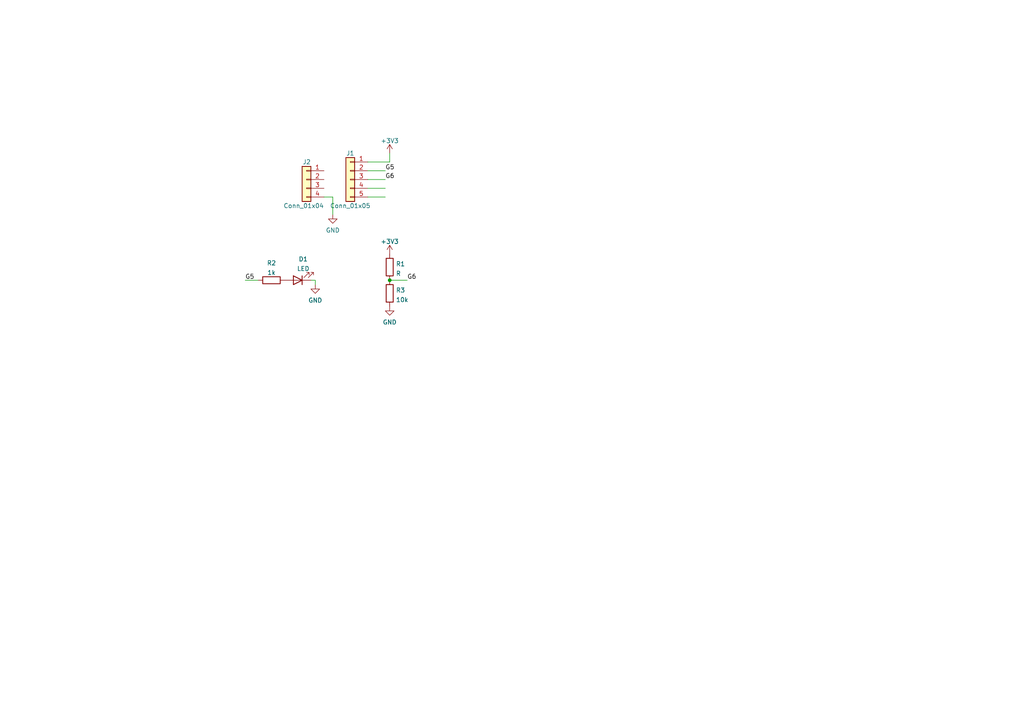
<source format=kicad_sch>
(kicad_sch (version 20211123) (generator eeschema)
  (paper "A4")
  (lib_symbols
    (symbol "Connector_Generic:Conn_01x04" (pin_names (offset 1.016) hide)
      (property "Reference" "J" (at 0 5.08 0))
      (property "Value" "Conn_01x04" (at 0 -7.62 0))
      (symbol "Conn_01x04_1_1"
        (rectangle (start -1.27 -4.953) (end 0 -5.207) (stroke (width 0.1524)))
        (rectangle (start -1.27 -2.413) (end 0 -2.667) (stroke (width 0.1524)))
        (rectangle (start -1.27 0.127) (end 0 -0.127) (stroke (width 0.1524)))
        (rectangle (start -1.27 2.667) (end 0 2.413) (stroke (width 0.1524)))
        (rectangle (start -1.27 3.81) (end 1.27 -6.35) (stroke (width 0.254)) (fill (type background)))
        (pin passive line (at -5.08 2.54 0) (length 3.81) (name "Pin_1") (number "1"))
        (pin passive line (at -5.08 0 0) (length 3.81) (name "Pin_2") (number "2"))
        (pin passive line (at -5.08 -2.54 0) (length 3.81) (name "Pin_3") (number "3"))
        (pin passive line (at -5.08 -5.08 0) (length 3.81) (name "Pin_4") (number "4"))
      )
    )
    (symbol "Connector_Generic:Conn_01x05" (pin_names (offset 1.016) hide)
      (property "Reference" "J" (at 0 7.62 0))
      (property "Value" "Conn_01x05" (at 0 -7.62 0))
      (symbol "Conn_01x05_1_1"
        (rectangle (start -1.27 -4.953) (end 0 -5.207) (stroke (width 0.1524)))
        (rectangle (start -1.27 -2.413) (end 0 -2.667) (stroke (width 0.1524)))
        (rectangle (start -1.27 0.127) (end 0 -0.127) (stroke (width 0.1524)))
        (rectangle (start -1.27 2.667) (end 0 2.413) (stroke (width 0.1524)))
        (rectangle (start -1.27 5.207) (end 0 4.953) (stroke (width 0.1524)))
        (rectangle (start -1.27 6.35) (end 1.27 -6.35) (stroke (width 0.254)) (fill (type background)))
        (pin passive line (at -5.08 5.08 0) (length 3.81) (name "Pin_1") (number "1"))
        (pin passive line (at -5.08 2.54 0) (length 3.81) (name "Pin_2") (number "2"))
        (pin passive line (at -5.08 0 0) (length 3.81) (name "Pin_3") (number "3"))
        (pin passive line (at -5.08 -2.54 0) (length 3.81) (name "Pin_4") (number "4"))
        (pin passive line (at -5.08 -5.08 0) (length 3.81) (name "Pin_5") (number "5"))
      )
    )
    (symbol "Device:LED" (pin_numbers hide) (pin_names (offset 1.016) hide)
      (property "Reference" "D" (at 0 2.54 0))
      (property "Value" "LED" (at 0 -2.54 0))
      (symbol "LED_0_1"
        (polyline (pts (xy -1.27 -1.27) (xy -1.27 1.27)) (stroke (width 0.254)))
        (polyline (pts (xy -1.27 0) (xy 1.27 0)))
        (polyline (pts (xy 1.27 -1.27) (xy 1.27 1.27) (xy -1.27 0) (xy 1.27 -1.27)) (stroke (width 0.254)))
        (polyline (pts (xy -3.048 -0.762) (xy -4.572 -2.286) (xy -3.81 -2.286) (xy -4.572 -2.286) (xy -4.572 -1.524)))
        (polyline (pts (xy -1.778 -0.762) (xy -3.302 -2.286) (xy -2.54 -2.286) (xy -3.302 -2.286) (xy -3.302 -1.524)))
      )
      (symbol "LED_1_1"
        (pin passive line (at -3.81 0 0) (length 2.54) (name "K") (number "1"))
        (pin passive line (at 3.81 0 180) (length 2.54) (name "A") (number "2"))
      )
    )
    (symbol "Device:R" (pin_numbers hide) (pin_names (offset 0))
      (property "Reference" "R" (at 2.032 0 90))
      (property "Value" "R" (at 0 0 90))
      (symbol "R_0_1"
        (rectangle (start -1.016 -2.54) (end 1.016 2.54) (stroke (width 0.254)))
      )
      (symbol "R_1_1"
        (pin passive line (at 0 3.81 270) (length 1.27) (name "~") (number "1"))
        (pin passive line (at 0 -3.81 90) (length 1.27) (name "~") (number "2"))
      )
    )
    (symbol "power:+3V3" (power) (pin_names (offset 0))
      (property "Value" "+3V3" (at 0 3.556 0))
      (symbol "+3V3_0_1"
        (polyline (pts (xy -0.762 1.27) (xy 0 2.54)))
        (polyline (pts (xy 0 0) (xy 0 2.54)))
        (polyline (pts (xy 0 2.54) (xy 0.762 1.27)))
      )
      (symbol "+3V3_1_1"
        (pin power_in line (at 0 0 90) (length 0) hide (name "+3V3") (number "1"))
      )
    )
    (symbol "power:GND" (power) (pin_names (offset 0))
      (property "Value" "GND" (at 0 -3.81 0))
      (symbol "GND_0_1"
        (polyline (pts (xy 0 0) (xy 0 -1.27) (xy 1.27 -1.27) (xy 0 -2.54) (xy -1.27 -1.27) (xy 0 -1.27)))
      )
      (symbol "GND_1_1"
        (pin power_in line (at 0 0 270) (length 0) hide (name "GND") (number "1"))
      )
    )
  )
  (junction (at 113.03 81.28))
  (wire (pts (xy 71.12 81.28) (xy 74.93 81.28)))
  (wire (pts (xy 90.17 81.28) (xy 91.44 81.28)))
  (wire (pts (xy 91.44 81.28) (xy 91.44 82.55)))
  (wire (pts (xy 106.68 54.61) (xy 111.76 54.61)))
  (wire (pts (xy 106.68 57.15) (xy 111.76 57.15)))
  (wire (pts (xy 106.68 49.53) (xy 111.76 49.53)))
  (wire (pts (xy 113.03 81.28) (xy 118.11 81.28)))
  (wire (pts (xy 93.98 57.15) (xy 96.52 57.15)))
  (wire (pts (xy 106.68 46.99) (xy 113.03 46.99)))
  (wire (pts (xy 96.52 57.15) (xy 96.52 62.23)))
  (wire (pts (xy 113.03 46.99) (xy 113.03 44.45)))
  (wire (pts (xy 106.68 52.07) (xy 111.76 52.07)))
  (label "G5" (at 71.12 81.28 0))
  (label "G6" (at 111.76 52.07 0))
  (label "G5" (at 111.76 49.53 0))
  (label "G6" (at 118.11 81.28 0))
  (symbol (lib_id "Connector_Generic:Conn_01x04") (at 88.9 52.07 0) (mirror y) (unit 1)
    (property "Reference" "J2" (at 90.17 46.99 0) (effects (justify left)))
    (property "Value" "Conn_01x04" (at 93.98 59.69 0) (effects (justify left)))
    (property "Footprint" "Connector_PinHeader_2.54mm:PinHeader_1x04_P2.54mm_Vertical" (effects hide))
  )
  (symbol (lib_id "power:+3V3") (at 113.03 44.45 0) (unit 1)
    (property "Reference" "#PWR01" (effects hide))
    (property "Value" "+3V3" (at 113.03 40.8455 0))
  )
  (symbol (lib_id "power:GND") (at 91.44 82.55 0) (unit 1)
    (property "Reference" "#PWR04" (effects hide))
    (property "Value" "GND" (at 91.44 87.1125 0))
  )
  (symbol (lib_id "Device:R") (at 78.74 81.28 90) (unit 1)
    (property "Reference" "R2" (at 78.74 76.2975 90))
    (property "Value" "1k" (at 78.74 79.0726 90))
    (property "Footprint" "Resistor_THT:R_Axial_DIN0207_L6.3mm_D2.5mm_P10.16mm_Horizontal" (effects hide))
  )
  (symbol (lib_id "power:+3V3") (at 113.03 73.66 0) (unit 1)
    (property "Reference" "#PWR03" (effects hide))
    (property "Value" "+3V3" (at 113.03 70.0555 0))
  )
  (symbol (lib_id "Device:R") (at 113.03 85.09 180) (unit 1)
    (property "Reference" "R3" (at 114.808 84.1815 0) (effects (justify right)))
    (property "Value" "10k" (at 114.808 86.9566 0) (effects (justify right)))
    (property "Footprint" "Resistor_THT:R_Axial_DIN0204_L3.6mm_D1.6mm_P7.62mm_Horizontal" (effects hide))
  )
  (symbol (lib_id "power:GND") (at 113.03 88.9 0) (unit 1)
    (property "Reference" "#PWR05" (effects hide))
    (property "Value" "GND" (at 113.03 93.4625 0))
  )
  (symbol (lib_id "power:GND") (at 96.52 62.23 0) (unit 1)
    (property "Reference" "#PWR02" (effects hide))
    (property "Value" "GND" (at 96.52 66.7925 0))
  )
  (symbol (lib_id "Connector_Generic:Conn_01x05") (at 101.6 52.07 0) (mirror y) (unit 1)
    (property "Reference" "J1" (at 101.6 44.45 0))
    (property "Value" "Conn_01x05" (at 101.6 59.69 0))
    (property "Footprint" "Connector_PinHeader_2.54mm:PinHeader_1x05_P2.54mm_Vertical" (effects hide))
  )
  (symbol (lib_id "Device:LED") (at 86.36 81.28 180) (unit 1)
    (property "Reference" "D1" (at 87.9475 75.1545 0))
    (property "Value" "LED" (at 87.9475 77.9296 0))
    (property "Footprint" "LED_THT:LED_D5.0mm" (effects hide))
  )
  (symbol (lib_id "Device:R") (at 113.03 77.47 180) (unit 1)
    (property "Reference" "R1" (at 114.808 76.5615 0) (effects (justify right)))
    (property "Value" "R" (at 114.808 79.3366 0) (effects (justify right)))
    (property "Footprint" "OptoDevice:R_LDR_5.1x4.3mm_P3.4mm_Vertical" (effects hide))
  )
)
</source>
